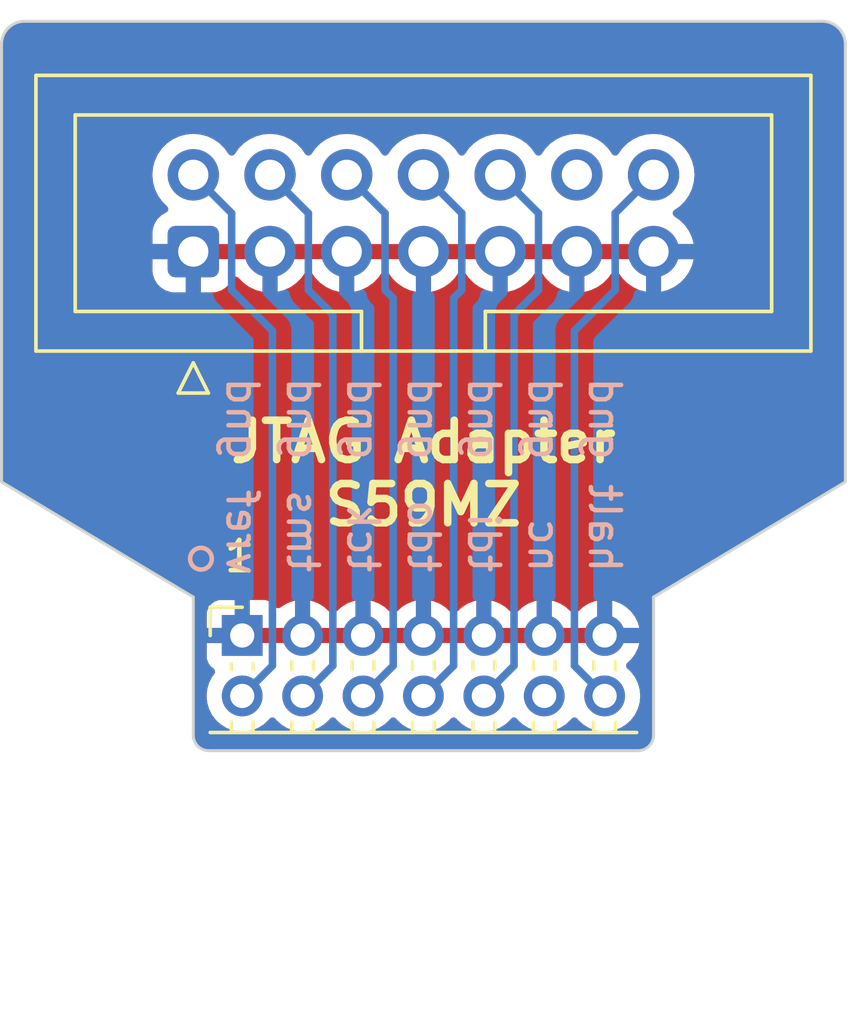
<source format=kicad_pcb>
(kicad_pcb (version 20221018) (generator pcbnew)
  (title_block (title "JTAG Adapter") (date "2023-11-25") (rev "1.0") (company "S59MZ"))
  (layers (0 "F.Cu" signal) (31 "B.Cu" signal) (34 "B.Paste" user) (35 "F.Paste" user) (36 "B.SilkS" user "B.Silkscreen") (37 "F.SilkS" user "F.Silkscreen") (38 "B.Mask" user) (39 "F.Mask" user) (44 "Edge.Cuts" user))
  (net 0 "")
  (net 1 "GND")
  (net 2 "/vref")
  (net 3 "/tms")
  (net 4 "/tck")
  (net 5 "/tdo")
  (net 6 "/tdi")
  (net 8 "/halt")
  (footprint "Connector_IDC:IDC-Header_2x07_P2.54mm_Vertical" (layer "F.Cu") (at 131.572 94.488 90)
    (fp_text reference "J1" hide)
    (fp_text value "Male 14P 2.54mm")
    (fp_line (start -4.68 -0.5) (end -4.68 0.5) (stroke (width 0.12)) (layer "F.SilkS"))
    (fp_line (start -4.68 0.5) (end -3.68 0) (stroke (width 0.12)) (layer "F.SilkS"))
    (fp_line (start -3.68 0) (end -4.68 -0.5) (stroke (width 0.12)) (layer "F.SilkS"))
    (fp_line (start -3.29 -5.21) (end 5.83 -5.21) (stroke (width 0.12)) (layer "F.SilkS"))
    (fp_line (start -3.29 5.57) (end -1.98 5.57) (stroke (width 0.12)) (layer "F.SilkS"))
    (fp_line (start -3.29 20.45) (end -3.29 -5.21) (stroke (width 0.12)) (layer "F.SilkS"))
    (fp_line (start -1.98 -3.91) (end 4.52 -3.91) (stroke (width 0.12)) (layer "F.SilkS"))
    (fp_line (start -1.98 5.57) (end -1.98 -3.91) (stroke (width 0.12)) (layer "F.SilkS"))
    (fp_line (start -1.98 9.67) (end -3.29 9.67) (stroke (width 0.12)) (layer "F.SilkS"))
    (fp_line (start -1.98 9.67) (end -1.98 9.67) (stroke (width 0.12)) (layer "F.SilkS"))
    (fp_line (start -1.98 19.15) (end -1.98 9.67) (stroke (width 0.12)) (layer "F.SilkS"))
    (fp_line (start 4.52 -3.91) (end 4.52 19.15) (stroke (width 0.12)) (layer "F.SilkS"))
    (fp_line (start 4.52 19.15) (end -1.98 19.15) (stroke (width 0.12)) (layer "F.SilkS"))
    (fp_line (start 5.83 -5.21) (end 5.83 20.45) (stroke (width 0.12)) (layer "F.SilkS"))
    (fp_line (start 5.83 20.45) (end -3.29 20.45) (stroke (width 0.12)) (layer "F.SilkS"))
    (pad "1" thru_hole roundrect (at 0 0 90) (size 1.7 1.7) (drill 1) (layers "*.Cu" "*.Mask") (roundrect_rratio 0.1470588235) (net 1 "GND"))
    (pad "2" thru_hole circle (at 2.54 0 90) (size 1.7 1.7) (drill 1) (layers "*.Cu" "*.Mask") (net 2 "/vref"))
    (pad "3" thru_hole circle (at 0 2.54 90) (size 1.7 1.7) (drill 1) (layers "*.Cu" "*.Mask") (net 1 "GND"))
    (pad "4" thru_hole circle (at 2.54 2.54 90) (size 1.7 1.7) (drill 1) (layers "*.Cu" "*.Mask") (net 3 "/tms"))
    (pad "5" thru_hole circle (at 0 5.08 90) (size 1.7 1.7) (drill 1) (layers "*.Cu" "*.Mask") (net 1 "GND"))
    (pad "6" thru_hole circle (at 2.54 5.08 90) (size 1.7 1.7) (drill 1) (layers "*.Cu" "*.Mask") (net 4 "/tck"))
    (pad "7" thru_hole circle (at 0 7.62 90) (size 1.7 1.7) (drill 1) (layers "*.Cu" "*.Mask") (net 1 "GND"))
    (pad "8" thru_hole circle (at 2.54 7.62 90) (size 1.7 1.7) (drill 1) (layers "*.Cu" "*.Mask") (net 5 "/tdo"))
    (pad "9" thru_hole circle (at 0 10.16 90) (size 1.7 1.7) (drill 1) (layers "*.Cu" "*.Mask") (net 1 "GND"))
    (pad "10" thru_hole circle (at 2.54 10.16 90) (size 1.7 1.7) (drill 1) (layers "*.Cu" "*.Mask") (net 6 "/tdi"))
    (pad "11" thru_hole circle (at 0 12.7 90) (size 1.7 1.7) (drill 1) (layers "*.Cu" "*.Mask") (net 1 "GND"))
    (pad "12" thru_hole circle (at 2.54 12.7 90) (size 1.7 1.7) (drill 1) (layers "*.Cu" "*.Mask"))
    (pad "13" thru_hole circle (at 0 15.24 90) (size 1.7 1.7) (drill 1) (layers "*.Cu" "*.Mask") (net 1 "GND"))
    (pad "14" thru_hole circle (at 2.54 15.24 90) (size 1.7 1.7) (drill 1) (layers "*.Cu" "*.Mask") (net 8 "/halt"))
  )
  (footprint "Connector_PinSocket_2.00mm:PinSocket_2x07_P2.00mm_Horizontal" (layer "F.Cu") (at 133.192 107.188 90)
    (fp_text reference "J2" hide)
    (fp_text value "Female Angled 2.0mm")
    (fp_line (start -3.21 -1.06) (end -3.21 13.06) (stroke (width 0.12)) (layer "F.SilkS"))
    (fp_line (start -3.21 -0.36) (end -2.862917 -0.36) (stroke (width 0.12)) (layer "F.SilkS"))
    (fp_line (start -3.21 0.36) (end -2.862917 0.36) (stroke (width 0.12)) (layer "F.SilkS"))
    (fp_line (start -3.21 1.64) (end -2.862917 1.64) (stroke (width 0.12)) (layer "F.SilkS"))
    (fp_line (start -3.21 2.36) (end -2.862917 2.36) (stroke (width 0.12)) (layer "F.SilkS"))
    (fp_line (start -3.21 3.64) (end -2.862917 3.64) (stroke (width 0.12)) (layer "F.SilkS"))
    (fp_line (start -3.21 4.36) (end -2.862917 4.36) (stroke (width 0.12)) (layer "F.SilkS"))
    (fp_line (start -3.21 5.64) (end -2.862917 5.64) (stroke (width 0.12)) (layer "F.SilkS"))
    (fp_line (start -3.21 6.36) (end -2.862917 6.36) (stroke (width 0.12)) (layer "F.SilkS"))
    (fp_line (start -3.21 7.64) (end -2.862917 7.64) (stroke (width 0.12)) (layer "F.SilkS"))
    (fp_line (start -3.21 8.36) (end -2.862917 8.36) (stroke (width 0.12)) (layer "F.SilkS"))
    (fp_line (start -3.21 9.64) (end -2.862917 9.64) (stroke (width 0.12)) (layer "F.SilkS"))
    (fp_line (start -3.21 10.36) (end -2.862917 10.36) (stroke (width 0.12)) (layer "F.SilkS"))
    (fp_line (start -3.21 11.64) (end -2.862917 11.64) (stroke (width 0.12)) (layer "F.SilkS"))
    (fp_line (start -3.21 12.36) (end -2.862917 12.36) (stroke (width 0.12)) (layer "F.SilkS"))
    (fp_line (start -1.137083 -0.36) (end -0.935 -0.36) (stroke (width 0.12)) (layer "F.SilkS"))
    (fp_line (start -1.137083 0.36) (end -0.935 0.36) (stroke (width 0.12)) (layer "F.SilkS"))
    (fp_line (start -1.137083 1.64) (end -0.862917 1.64) (stroke (width 0.12)) (layer "F.SilkS"))
    (fp_line (start -1.137083 2.36) (end -0.862917 2.36) (stroke (width 0.12)) (layer "F.SilkS"))
    (fp_line (start -1.137083 3.64) (end -0.862917 3.64) (stroke (width 0.12)) (layer "F.SilkS"))
    (fp_line (start -1.137083 4.36) (end -0.862917 4.36) (stroke (width 0.12)) (layer "F.SilkS"))
    (fp_line (start -1.137083 5.64) (end -0.862917 5.64) (stroke (width 0.12)) (layer "F.SilkS"))
    (fp_line (start -1.137083 6.36) (end -0.862917 6.36) (stroke (width 0.12)) (layer "F.SilkS"))
    (fp_line (start -1.137083 7.64) (end -0.862917 7.64) (stroke (width 0.12)) (layer "F.SilkS"))
    (fp_line (start -1.137083 8.36) (end -0.862917 8.36) (stroke (width 0.12)) (layer "F.SilkS"))
    (fp_line (start -1.137083 9.64) (end -0.862917 9.64) (stroke (width 0.12)) (layer "F.SilkS"))
    (fp_line (start -1.137083 10.36) (end -0.862917 10.36) (stroke (width 0.12)) (layer "F.SilkS"))
    (fp_line (start -1.137083 11.64) (end -0.862917 11.64) (stroke (width 0.12)) (layer "F.SilkS"))
    (fp_line (start -1.137083 12.36) (end -0.862917 12.36) (stroke (width 0.12)) (layer "F.SilkS"))
    (fp_line (start 0 -1.06) (end 0.935 -1.06) (stroke (width 0.12)) (layer "F.SilkS"))
    (fp_line (start 0.935 -1.06) (end 0.935 0) (stroke (width 0.12)) (layer "F.SilkS"))
    (pad "1" thru_hole rect (at 0 0 90) (size 1.35 1.35) (drill 0.8) (layers "*.Cu" "*.Mask") (net 1 "GND"))
    (pad "2" thru_hole oval (at -2 0 90) (size 1.35 1.35) (drill 0.8) (layers "*.Cu" "*.Mask") (net 2 "/vref"))
    (pad "3" thru_hole oval (at 0 2 90) (size 1.35 1.35) (drill 0.8) (layers "*.Cu" "*.Mask") (net 1 "GND"))
    (pad "4" thru_hole oval (at -2 2 90) (size 1.35 1.35) (drill 0.8) (layers "*.Cu" "*.Mask") (net 3 "/tms"))
    (pad "5" thru_hole oval (at 0 4 90) (size 1.35 1.35) (drill 0.8) (layers "*.Cu" "*.Mask") (net 1 "GND"))
    (pad "6" thru_hole oval (at -2 4 90) (size 1.35 1.35) (drill 0.8) (layers "*.Cu" "*.Mask") (net 4 "/tck"))
    (pad "7" thru_hole oval (at 0 6 90) (size 1.35 1.35) (drill 0.8) (layers "*.Cu" "*.Mask") (net 1 "GND"))
    (pad "8" thru_hole oval (at -2 6 90) (size 1.35 1.35) (drill 0.8) (layers "*.Cu" "*.Mask") (net 5 "/tdo"))
    (pad "9" thru_hole oval (at 0 8 90) (size 1.35 1.35) (drill 0.8) (layers "*.Cu" "*.Mask") (net 1 "GND"))
    (pad "10" thru_hole oval (at -2 8 90) (size 1.35 1.35) (drill 0.8) (layers "*.Cu" "*.Mask") (net 6 "/tdi"))
    (pad "11" thru_hole oval (at 0 10 90) (size 1.35 1.35) (drill 0.8) (layers "*.Cu" "*.Mask") (net 1 "GND"))
    (pad "12" thru_hole oval (at -2 10 90) (size 1.35 1.35) (drill 0.8) (layers "*.Cu" "*.Mask"))
    (pad "13" thru_hole oval (at 0 12 90) (size 1.35 1.35) (drill 0.8) (layers "*.Cu" "*.Mask") (net 1 "GND"))
    (pad "14" thru_hole oval (at -2 12 90) (size 1.35 1.35) (drill 0.8) (layers "*.Cu" "*.Mask") (net 8 "/halt"))
  )
  (gr_circle (center 131.826 104.648) (end 132.08 104.902) (stroke (width 0.15)) (fill none) (layer "B.SilkS"))
  (gr_line (start 146.812 105.918) (end 153.162 102.108) (stroke (width 0.1)) (layer "Edge.Cuts"))
  (gr_line (start 125.222 87.63) (end 125.222 102.108) (stroke (width 0.1)) (layer "Edge.Cuts"))
  (gr_line (start 125.222 102.108) (end 131.572 105.918) (stroke (width 0.1)) (layer "Edge.Cuts"))
  (gr_line (start 146.812 110.49) (end 146.812 105.918) (stroke (width 0.1)) (layer "Edge.Cuts"))
  (gr_line (start 132.08 110.998) (end 146.304 110.998) (stroke (width 0.1)) (layer "Edge.Cuts"))
  (gr_line (start 152.4 86.868) (end 125.984 86.868) (stroke (width 0.1)) (layer "Edge.Cuts"))
  (gr_line (start 131.572 105.918) (end 131.572 110.49) (stroke (width 0.1)) (layer "Edge.Cuts"))
  (gr_arc (start 152.4 86.868) (mid 152.938815 87.091185) (end 153.162 87.63) (stroke (width 0.1)) (layer "Edge.Cuts"))
  (gr_line (start 153.162 102.108) (end 153.162 87.63) (stroke (width 0.1)) (layer "Edge.Cuts"))
  (gr_arc (start 132.08 110.998) (mid 131.72079 110.84921) (end 131.572 110.49) (stroke (width 0.1)) (layer "Edge.Cuts"))
  (gr_arc (start 146.812 110.49) (mid 146.66321 110.84921) (end 146.304 110.998) (stroke (width 0.1)) (layer "Edge.Cuts"))
  (gr_arc (start 125.222 87.63) (mid 125.445185 87.091185) (end 125.984 86.868) (stroke (width 0.1)) (layer "Edge.Cuts"))
  (gr_text "gnd" (at 143.192 101.473 270) (layer "B.SilkS") (effects (font (size 1 1)) (justify left mirror)))
  (gr_text "gnd" (at 141.192 101.473 270) (layer "B.SilkS") (effects (font (size 1 1)) (justify left mirror)))
  (gr_text "halt" (at 145.192 105.188 270) (layer "B.SilkS") (effects (font (size 1 1)) (justify left mirror)))
  (gr_text "gnd" (at 139.192 101.473 270) (layer "B.SilkS") (effects (font (size 1 1)) (justify left mirror)))
  (gr_text "gnd" (at 133.192 101.473 270) (layer "B.SilkS") (effects (font (size 1 1)) (justify left mirror)))
  (gr_text "tdo" (at 139.192 105.188 270) (layer "B.SilkS") (effects (font (size 1 1)) (justify left mirror)))
  (gr_text "nc" (at 143.192 105.188 270) (layer "B.SilkS") (effects (font (size 1 1)) (justify left mirror)))
  (gr_text "tms" (at 135.192 105.188 270) (layer "B.SilkS") (effects (font (size 1 1)) (justify left mirror)))
  (gr_text "tdi" (at 141.192 105.188 270) (layer "B.SilkS") (effects (font (size 1 1)) (justify left mirror)))
  (gr_text "gnd" (at 145.192 101.473 270) (layer "B.SilkS") (effects (font (size 1 1)) (justify left mirror)))
  (gr_text "tck" (at 137.192 105.188 270) (layer "B.SilkS") (effects (font (size 1 1)) (justify left mirror)))
  (gr_text "gnd" (at 137.192 101.473 270) (layer "B.SilkS") (effects (font (size 1 1)) (justify left mirror)))
  (gr_text "vref" (at 133.192 105.283 270) (layer "B.SilkS") (effects (font (size 1 1)) (justify left mirror)))
  (gr_text "gnd" (at 135.192 101.473 270) (layer "B.SilkS") (effects (font (size 1 1)) (justify left mirror)))
  (gr_text "JTAG Adapter\nS59MZ" (at 139.192 103.632) (layer "F.SilkS") (effects (font (size 1.3 1.3) (thickness 0.25) bold) (justify bottom)))
  (gr_text "1" (at 133.096 105.156) (layer "F.SilkS") (effects (font (size 1 1)) (justify bottom)))
  (segment (start 134.192 97.108) (end 134.192 108.188) (width 0.25) (layer "B.Cu") (net 2))
  (segment (start 132.842 95.758) (end 134.192 97.108) (width 0.25) (layer "B.Cu") (net 2))
  (segment (start 131.572 91.948) (end 132.842 93.218) (width 0.25) (layer "B.Cu") (net 2))
  (segment (start 134.192 108.188) (end 133.192 109.188) (width 0.25) (layer "B.Cu") (net 2))
  (segment (start 132.842 93.218) (end 132.842 95.758) (width 0.25) (layer "B.Cu") (net 2))
  (segment (start 136.192 96.568) (end 136.192 108.188) (width 0.25) (layer "B.Cu") (net 3))
  (segment (start 135.382 93.218) (end 135.382 95.758) (width 0.25) (layer "B.Cu") (net 3))
  (segment (start 136.192 108.188) (end 135.192 109.188) (width 0.25) (layer "B.Cu") (net 3))
  (segment (start 134.112 91.948) (end 135.382 93.218) (width 0.25) (layer "B.Cu") (net 3))
  (segment (start 135.382 95.758) (end 136.192 96.568) (width 0.25) (layer "B.Cu") (net 3))
  (segment (start 136.652 91.948) (end 137.922 93.218) (width 0.25) (layer "B.Cu") (net 4))
  (segment (start 137.922 93.218) (end 137.922 95.758) (width 0.25) (layer "B.Cu") (net 4))
  (segment (start 138.192 108.188) (end 137.192 109.188) (width 0.25) (layer "B.Cu") (net 4))
  (segment (start 138.192 96.028) (end 138.192 108.188) (width 0.25) (layer "B.Cu") (net 4))
  (segment (start 137.922 95.758) (end 138.192 96.028) (width 0.25) (layer "B.Cu") (net 4))
  (segment (start 140.462 95.758) (end 140.192 96.028) (width 0.25) (layer "B.Cu") (net 5))
  (segment (start 140.192 96.028) (end 140.192 108.188) (width 0.25) (layer "B.Cu") (net 5))
  (segment (start 140.192 108.188) (end 139.192 109.188) (width 0.25) (layer "B.Cu") (net 5))
  (segment (start 140.462 93.218) (end 140.462 95.758) (width 0.25) (layer "B.Cu") (net 5))
  (segment (start 139.192 91.948) (end 140.462 93.218) (width 0.25) (layer "B.Cu") (net 5))
  (segment (start 141.732 91.948) (end 143.002 93.218) (width 0.25) (layer "B.Cu") (net 6))
  (segment (start 143.002 95.758) (end 142.192 96.568) (width 0.25) (layer "B.Cu") (net 6))
  (segment (start 143.002 93.218) (end 143.002 95.758) (width 0.25) (layer "B.Cu") (net 6))
  (segment (start 142.192 108.188) (end 141.192 109.188) (width 0.25) (layer "B.Cu") (net 6))
  (segment (start 142.192 96.568) (end 142.192 108.188) (width 0.25) (layer "B.Cu") (net 6))
  (segment (start 145.542 95.758) (end 144.192 97.108) (width 0.25) (layer "B.Cu") (net 8))
  (segment (start 144.192 108.188) (end 145.192 109.188) (width 0.25) (layer "B.Cu") (net 8))
  (segment (start 145.542 93.218) (end 145.542 95.758) (width 0.25) (layer "B.Cu") (net 8))
  (segment (start 146.812 91.948) (end 145.542 93.218) (width 0.25) (layer "B.Cu") (net 8))
  (segment (start 144.192 97.108) (end 144.192 108.188) (width 0.25) (layer "B.Cu") (net 8))
  (zone (net 1) (net_name "GND") (layers "F&B.Cu") (connect_pads (clearance 0.5)) (min_thickness 0.25) (fill yes (thermal_gap 0.5) (thermal_bridge_width 0.5))
    (polygon (pts (xy 153.162 86.868) (xy 125.222 86.868) (xy 125.222 102.108) (xy 131.572 105.918) (xy 131.572 110.998) (xy 146.812 110.998) (xy 146.812 105.918) (xy 153.162 102.108)))
  )
)
</source>
